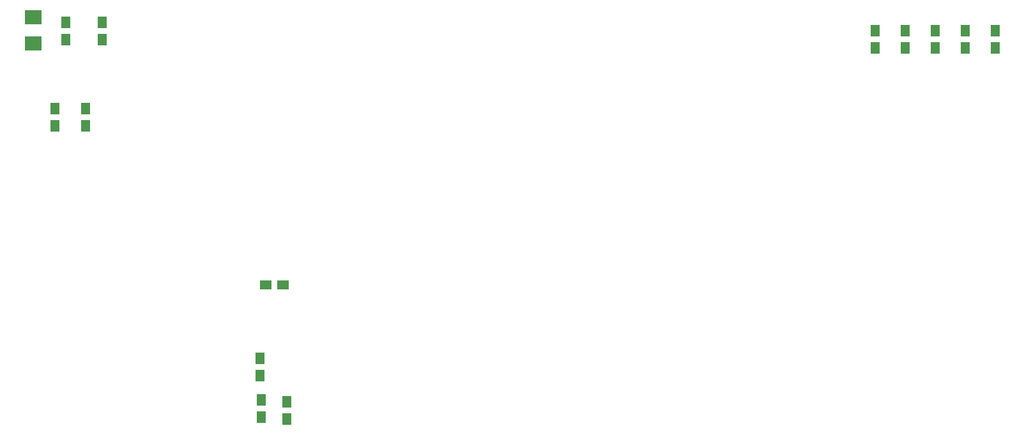
<source format=gbp>
G04 Layer_Color=128*
%FSLAX25Y25*%
%MOIN*%
G70*
G01*
G75*
%ADD10R,0.05000X0.06000*%
%ADD12R,0.06000X0.05000*%
%ADD19R,0.09000X0.07500*%
D10*
X163000Y420140D02*
D03*
Y411140D02*
D03*
X182000Y420140D02*
D03*
Y411140D02*
D03*
X173500Y375140D02*
D03*
Y366140D02*
D03*
X157500Y375140D02*
D03*
Y366140D02*
D03*
X585500Y406640D02*
D03*
Y415640D02*
D03*
X601125D02*
D03*
Y406640D02*
D03*
X632375Y415640D02*
D03*
Y406640D02*
D03*
X616750Y415640D02*
D03*
Y406640D02*
D03*
X648000D02*
D03*
Y415640D02*
D03*
X264500Y235640D02*
D03*
Y244640D02*
D03*
X278500Y222140D02*
D03*
Y213140D02*
D03*
X265000Y214140D02*
D03*
Y223140D02*
D03*
D12*
X267500Y283140D02*
D03*
X276500D02*
D03*
D19*
X146000Y422640D02*
D03*
Y409140D02*
D03*
M02*

</source>
